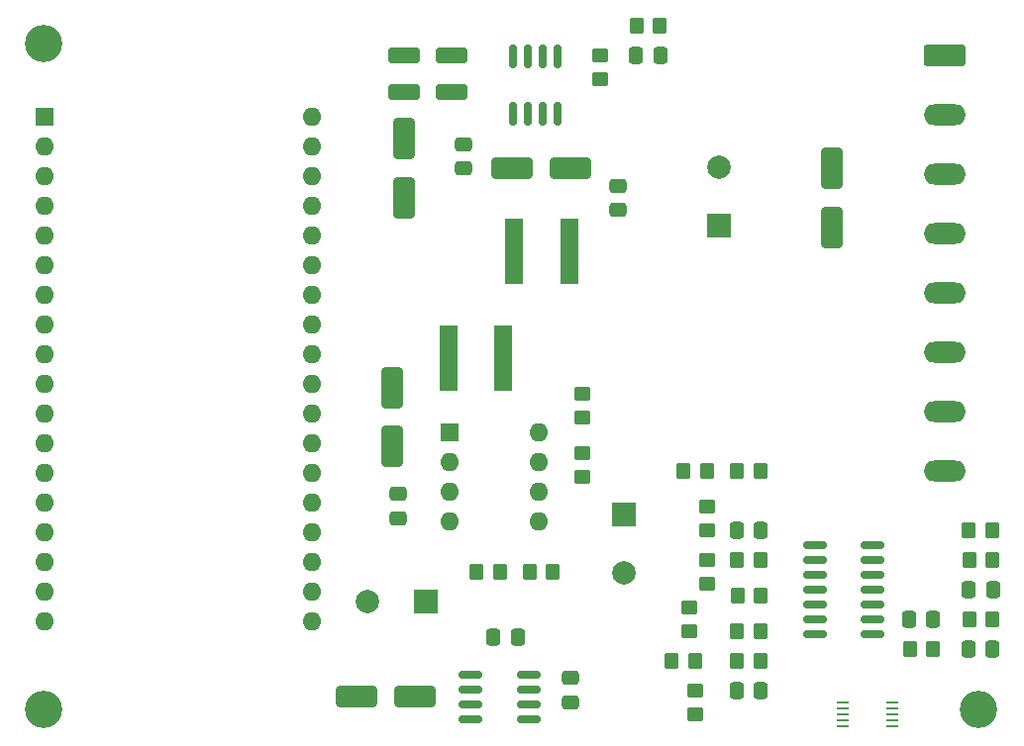
<source format=gbr>
%TF.GenerationSoftware,KiCad,Pcbnew,7.0.2*%
%TF.CreationDate,2023-05-15T17:20:20+02:00*%
%TF.ProjectId,projektkicad,70726f6a-656b-4746-9b69-6361642e6b69,rev?*%
%TF.SameCoordinates,Original*%
%TF.FileFunction,Soldermask,Top*%
%TF.FilePolarity,Negative*%
%FSLAX46Y46*%
G04 Gerber Fmt 4.6, Leading zero omitted, Abs format (unit mm)*
G04 Created by KiCad (PCBNEW 7.0.2) date 2023-05-15 17:20:20*
%MOMM*%
%LPD*%
G01*
G04 APERTURE LIST*
G04 Aperture macros list*
%AMRoundRect*
0 Rectangle with rounded corners*
0 $1 Rounding radius*
0 $2 $3 $4 $5 $6 $7 $8 $9 X,Y pos of 4 corners*
0 Add a 4 corners polygon primitive as box body*
4,1,4,$2,$3,$4,$5,$6,$7,$8,$9,$2,$3,0*
0 Add four circle primitives for the rounded corners*
1,1,$1+$1,$2,$3*
1,1,$1+$1,$4,$5*
1,1,$1+$1,$6,$7*
1,1,$1+$1,$8,$9*
0 Add four rect primitives between the rounded corners*
20,1,$1+$1,$2,$3,$4,$5,0*
20,1,$1+$1,$4,$5,$6,$7,0*
20,1,$1+$1,$6,$7,$8,$9,0*
20,1,$1+$1,$8,$9,$2,$3,0*%
G04 Aperture macros list end*
%ADD10RoundRect,0.250000X-1.550000X0.650000X-1.550000X-0.650000X1.550000X-0.650000X1.550000X0.650000X0*%
%ADD11O,3.600000X1.800000*%
%ADD12RoundRect,0.250000X0.350000X0.450000X-0.350000X0.450000X-0.350000X-0.450000X0.350000X-0.450000X0*%
%ADD13RoundRect,0.250000X1.100000X-0.412500X1.100000X0.412500X-1.100000X0.412500X-1.100000X-0.412500X0*%
%ADD14RoundRect,0.250000X0.337500X0.475000X-0.337500X0.475000X-0.337500X-0.475000X0.337500X-0.475000X0*%
%ADD15RoundRect,0.250000X0.475000X-0.337500X0.475000X0.337500X-0.475000X0.337500X-0.475000X-0.337500X0*%
%ADD16RoundRect,0.250000X-0.350000X-0.450000X0.350000X-0.450000X0.350000X0.450000X-0.350000X0.450000X0*%
%ADD17R,1.600000X5.700000*%
%ADD18RoundRect,0.250000X-0.450000X0.350000X-0.450000X-0.350000X0.450000X-0.350000X0.450000X0.350000X0*%
%ADD19R,2.000000X2.000000*%
%ADD20C,2.000000*%
%ADD21RoundRect,0.250000X-0.650000X1.500000X-0.650000X-1.500000X0.650000X-1.500000X0.650000X1.500000X0*%
%ADD22RoundRect,0.250000X0.450000X-0.350000X0.450000X0.350000X-0.450000X0.350000X-0.450000X-0.350000X0*%
%ADD23RoundRect,0.250000X1.500000X0.650000X-1.500000X0.650000X-1.500000X-0.650000X1.500000X-0.650000X0*%
%ADD24RoundRect,0.250000X-1.100000X0.412500X-1.100000X-0.412500X1.100000X-0.412500X1.100000X0.412500X0*%
%ADD25RoundRect,0.250000X0.650000X-1.500000X0.650000X1.500000X-0.650000X1.500000X-0.650000X-1.500000X0*%
%ADD26RoundRect,0.250000X-0.337500X-0.475000X0.337500X-0.475000X0.337500X0.475000X-0.337500X0.475000X0*%
%ADD27C,3.200000*%
%ADD28R,1.100000X0.250000*%
%ADD29RoundRect,0.250000X-0.475000X0.337500X-0.475000X-0.337500X0.475000X-0.337500X0.475000X0.337500X0*%
%ADD30RoundRect,0.150000X0.825000X0.150000X-0.825000X0.150000X-0.825000X-0.150000X0.825000X-0.150000X0*%
%ADD31R,1.600000X1.600000*%
%ADD32O,1.600000X1.600000*%
%ADD33RoundRect,0.150000X-0.825000X-0.150000X0.825000X-0.150000X0.825000X0.150000X-0.825000X0.150000X0*%
%ADD34RoundRect,0.150000X-0.150000X0.825000X-0.150000X-0.825000X0.150000X-0.825000X0.150000X0.825000X0*%
%ADD35RoundRect,0.250000X-1.500000X-0.650000X1.500000X-0.650000X1.500000X0.650000X-1.500000X0.650000X0*%
G04 APERTURE END LIST*
D10*
%TO.C,J1*%
X198120000Y-65024000D03*
D11*
X198120000Y-70104000D03*
X198120000Y-75184000D03*
X198120000Y-80264000D03*
X198120000Y-85344000D03*
X198120000Y-90424000D03*
X198120000Y-95504000D03*
X198120000Y-100584000D03*
%TD*%
D12*
%TO.C,R21*%
X173720000Y-62484000D03*
X171720000Y-62484000D03*
%TD*%
D13*
%TO.C,C12*%
X151892000Y-68149000D03*
X151892000Y-65024000D03*
%TD*%
D14*
%TO.C,C2*%
X182356000Y-119380000D03*
X180281000Y-119380000D03*
%TD*%
D15*
%TO.C,C13*%
X156972000Y-74697500D03*
X156972000Y-72622500D03*
%TD*%
D16*
%TO.C,R15*%
X200125000Y-105664000D03*
X202125000Y-105664000D03*
%TD*%
D17*
%TO.C,L1*%
X155638000Y-90932000D03*
X160338000Y-90932000D03*
%TD*%
D16*
%TO.C,R13*%
X200168000Y-113284000D03*
X202168000Y-113284000D03*
%TD*%
D14*
%TO.C,C14*%
X173757500Y-65024000D03*
X171682500Y-65024000D03*
%TD*%
D16*
%TO.C,R2*%
X180350500Y-111252000D03*
X182350500Y-111252000D03*
%TD*%
D12*
%TO.C,R3*%
X182318500Y-100584000D03*
X180318500Y-100584000D03*
%TD*%
D18*
%TO.C,R17*%
X167132000Y-99054500D03*
X167132000Y-101054500D03*
%TD*%
D19*
%TO.C,C6*%
X170688000Y-104312323D03*
D20*
X170688000Y-109312323D03*
%TD*%
D21*
%TO.C,D5*%
X151892000Y-72176000D03*
X151892000Y-77176000D03*
%TD*%
D16*
%TO.C,R20*%
X162576000Y-109220000D03*
X164576000Y-109220000D03*
%TD*%
D22*
%TO.C,R4*%
X177800000Y-105648000D03*
X177800000Y-103648000D03*
%TD*%
D23*
%TO.C,D4*%
X152828000Y-119888000D03*
X147828000Y-119888000D03*
%TD*%
D24*
%TO.C,C11*%
X155956000Y-65024000D03*
X155956000Y-68149000D03*
%TD*%
D16*
%TO.C,R12*%
X195088000Y-115824000D03*
X197088000Y-115824000D03*
%TD*%
D15*
%TO.C,C7*%
X151384000Y-104648000D03*
X151384000Y-102573000D03*
%TD*%
D22*
%TO.C,R6*%
X176276000Y-114268000D03*
X176276000Y-112268000D03*
%TD*%
D25*
%TO.C,D3*%
X188468000Y-79716000D03*
X188468000Y-74716000D03*
%TD*%
D22*
%TO.C,R5*%
X177800000Y-110220000D03*
X177800000Y-108220000D03*
%TD*%
D26*
%TO.C,C5*%
X200130500Y-110744000D03*
X202205500Y-110744000D03*
%TD*%
D18*
%TO.C,R10*%
X176784000Y-119396000D03*
X176784000Y-121396000D03*
%TD*%
D15*
%TO.C,C9*%
X166116000Y-120396000D03*
X166116000Y-118321000D03*
%TD*%
D27*
%TO.C,REF\u002A\u002A*%
X201000000Y-121000000D03*
%TD*%
D25*
%TO.C,D1*%
X150876000Y-98490500D03*
X150876000Y-93490500D03*
%TD*%
D28*
%TO.C,U8*%
X193634000Y-122428000D03*
X193634000Y-121928000D03*
X193634000Y-121428000D03*
X193634000Y-120928000D03*
X193634000Y-120428000D03*
X189334000Y-120428000D03*
X189334000Y-120928000D03*
X189334000Y-121428000D03*
X189334000Y-121928000D03*
X189334000Y-122428000D03*
%TD*%
D27*
%TO.C,REF\u002A\u002A*%
X121000000Y-64000000D03*
%TD*%
D19*
%TO.C,C8*%
X153751677Y-111760000D03*
D20*
X148751677Y-111760000D03*
%TD*%
D29*
%TO.C,C15*%
X170180000Y-76178500D03*
X170180000Y-78253500D03*
%TD*%
D16*
%TO.C,R11*%
X174714500Y-116840000D03*
X176714500Y-116840000D03*
%TD*%
D30*
%TO.C,U7*%
X162495000Y-121793000D03*
X162495000Y-120523000D03*
X162495000Y-119253000D03*
X162495000Y-117983000D03*
X157545000Y-117983000D03*
X157545000Y-119253000D03*
X157545000Y-120523000D03*
X157545000Y-121793000D03*
%TD*%
D14*
%TO.C,C4*%
X197104000Y-113284000D03*
X195029000Y-113284000D03*
%TD*%
D12*
%TO.C,R7*%
X177746500Y-100584000D03*
X175746500Y-100584000D03*
%TD*%
D31*
%TO.C,U9*%
X121158000Y-70231000D03*
D32*
X121158000Y-72771000D03*
X121158000Y-75311000D03*
X121158000Y-77851000D03*
X121158000Y-80391000D03*
X121158000Y-82931000D03*
X121158000Y-85471000D03*
X121158000Y-88011000D03*
X121158000Y-90551000D03*
X121158000Y-93091000D03*
X121158000Y-95631000D03*
X121158000Y-98171000D03*
X121158000Y-100711000D03*
X121158000Y-103251000D03*
X121158000Y-105791000D03*
X121158000Y-108331000D03*
X121158000Y-110871000D03*
X121158000Y-113411000D03*
X144018000Y-113411000D03*
X144018000Y-110871000D03*
X144018000Y-108331000D03*
X144018000Y-105791000D03*
X144018000Y-103251000D03*
X144018000Y-100711000D03*
X144018000Y-98171000D03*
X144018000Y-95631000D03*
X144018000Y-93091000D03*
X144018000Y-90551000D03*
X144018000Y-88011000D03*
X144018000Y-85471000D03*
X144018000Y-82931000D03*
X144018000Y-80391000D03*
X144018000Y-77851000D03*
X144018000Y-75311000D03*
X144018000Y-72771000D03*
X144018000Y-70231000D03*
%TD*%
D16*
%TO.C,R9*%
X180318500Y-114300000D03*
X182318500Y-114300000D03*
%TD*%
D12*
%TO.C,R1*%
X182334500Y-108204000D03*
X180334500Y-108204000D03*
%TD*%
%TO.C,R14*%
X202168000Y-108204000D03*
X200168000Y-108204000D03*
%TD*%
D16*
%TO.C,R8*%
X180318500Y-116840000D03*
X182318500Y-116840000D03*
%TD*%
D18*
%TO.C,R18*%
X167132000Y-93974500D03*
X167132000Y-95974500D03*
%TD*%
D33*
%TO.C,U10*%
X186987500Y-106934000D03*
X186987500Y-108204000D03*
X186987500Y-109474000D03*
X186987500Y-110744000D03*
X186987500Y-112014000D03*
X186987500Y-113284000D03*
X186987500Y-114554000D03*
X191937500Y-114554000D03*
X191937500Y-113284000D03*
X191937500Y-112014000D03*
X191937500Y-110744000D03*
X191937500Y-109474000D03*
X191937500Y-108204000D03*
X191937500Y-106934000D03*
%TD*%
D26*
%TO.C,C10*%
X159490500Y-114808000D03*
X161565500Y-114808000D03*
%TD*%
D14*
%TO.C,C3*%
X202184000Y-115824000D03*
X200109000Y-115824000D03*
%TD*%
D19*
%TO.C,C16*%
X178816000Y-79583677D03*
D20*
X178816000Y-74583677D03*
%TD*%
D31*
%TO.C,U6*%
X155712000Y-97249000D03*
D32*
X155712000Y-99789000D03*
X155712000Y-102329000D03*
X155712000Y-104869000D03*
X163332000Y-104869000D03*
X163332000Y-102329000D03*
X163332000Y-99789000D03*
X163332000Y-97249000D03*
%TD*%
D34*
%TO.C,U1*%
X165013000Y-65089000D03*
X163743000Y-65089000D03*
X162473000Y-65089000D03*
X161203000Y-65089000D03*
X161203000Y-70039000D03*
X162473000Y-70039000D03*
X163743000Y-70039000D03*
X165013000Y-70039000D03*
%TD*%
D12*
%TO.C,R19*%
X160036000Y-109198500D03*
X158036000Y-109198500D03*
%TD*%
D27*
%TO.C,REF\u002A\u002A*%
X121000000Y-121000000D03*
%TD*%
D14*
%TO.C,C1*%
X182350500Y-105664000D03*
X180275500Y-105664000D03*
%TD*%
D17*
%TO.C,L2*%
X161266000Y-81788000D03*
X165966000Y-81788000D03*
%TD*%
D18*
%TO.C,R22*%
X168656000Y-65040000D03*
X168656000Y-67040000D03*
%TD*%
D35*
%TO.C,D2*%
X161076000Y-74676000D03*
X166076000Y-74676000D03*
%TD*%
M02*

</source>
